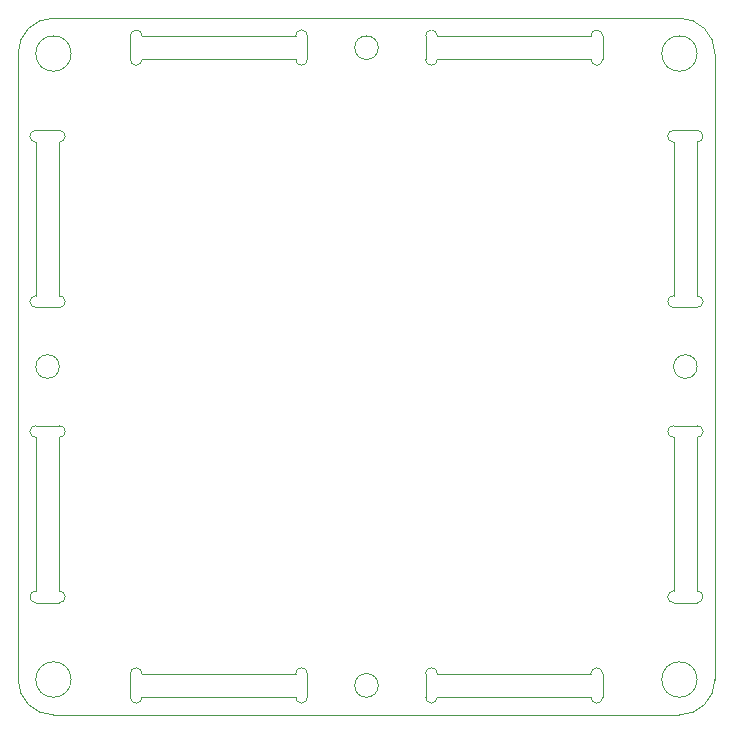
<source format=gbr>
G04 (created by PCBNEW (2013-jul-07)-stable) date Sun 14 Sep 2014 12:52:21 PM EDT*
%MOIN*%
G04 Gerber Fmt 3.4, Leading zero omitted, Abs format*
%FSLAX34Y34*%
G01*
G70*
G90*
G04 APERTURE LIST*
%ADD10C,0.00590551*%
%ADD11C,0.00393701*%
G04 APERTURE END LIST*
G54D10*
G54D11*
X116141Y-79133D02*
X116141Y-79921D01*
X115944Y-80118D02*
G75*
G03X116141Y-79921I0J196D01*
G74*
G01*
X115748Y-79921D02*
G75*
G03X115944Y-80118I196J0D01*
G74*
G01*
X116141Y-79133D02*
G75*
G03X115944Y-78937I-196J0D01*
G74*
G01*
X115944Y-78937D02*
G75*
G03X115748Y-79133I0J-196D01*
G74*
G01*
X110236Y-79921D02*
X110236Y-79133D01*
X110433Y-80118D02*
G75*
G03X110629Y-79921I0J196D01*
G74*
G01*
X110236Y-79921D02*
G75*
G03X110433Y-80118I196J0D01*
G74*
G01*
X110433Y-78937D02*
G75*
G03X110236Y-79133I0J-196D01*
G74*
G01*
X110629Y-79133D02*
G75*
G03X110433Y-78937I-196J0D01*
G74*
G01*
X110629Y-79133D02*
G75*
G03X110433Y-78937I-196J0D01*
G74*
G01*
X115748Y-79921D02*
X110629Y-79921D01*
X110629Y-79133D02*
X115748Y-79133D01*
X120472Y-57874D02*
X125590Y-57874D01*
X125590Y-58661D02*
X120472Y-58661D01*
X120472Y-57874D02*
G75*
G03X120275Y-57677I-196J0D01*
G74*
G01*
X120472Y-57874D02*
G75*
G03X120275Y-57677I-196J0D01*
G74*
G01*
X120275Y-57677D02*
G75*
G03X120078Y-57874I0J-196D01*
G74*
G01*
X120078Y-58661D02*
G75*
G03X120275Y-58858I196J0D01*
G74*
G01*
X120275Y-58858D02*
G75*
G03X120472Y-58661I0J196D01*
G74*
G01*
X120078Y-58661D02*
X120078Y-57874D01*
X125787Y-57677D02*
G75*
G03X125590Y-57874I0J-196D01*
G74*
G01*
X125984Y-57874D02*
G75*
G03X125787Y-57677I-196J0D01*
G74*
G01*
X125590Y-58661D02*
G75*
G03X125787Y-58858I196J0D01*
G74*
G01*
X125787Y-58858D02*
G75*
G03X125984Y-58661I0J196D01*
G74*
G01*
X125984Y-57874D02*
X125984Y-58661D01*
X107874Y-71259D02*
X107874Y-76377D01*
X107086Y-76377D02*
X107086Y-71259D01*
X107874Y-71259D02*
G75*
G03X108070Y-71062I0J196D01*
G74*
G01*
X107874Y-71259D02*
G75*
G03X108070Y-71062I0J196D01*
G74*
G01*
X108070Y-71062D02*
G75*
G03X107874Y-70866I-196J0D01*
G74*
G01*
X107086Y-70866D02*
G75*
G03X106889Y-71062I0J-196D01*
G74*
G01*
X106889Y-71062D02*
G75*
G03X107086Y-71259I196J0D01*
G74*
G01*
X107086Y-70866D02*
X107874Y-70866D01*
X108070Y-76574D02*
G75*
G03X107874Y-76377I-196J0D01*
G74*
G01*
X107874Y-76771D02*
G75*
G03X108070Y-76574I0J196D01*
G74*
G01*
X107086Y-76377D02*
G75*
G03X106889Y-76574I0J-196D01*
G74*
G01*
X106889Y-76574D02*
G75*
G03X107086Y-76771I196J0D01*
G74*
G01*
X107874Y-76771D02*
X107086Y-76771D01*
X107874Y-66929D02*
X107086Y-66929D01*
X106889Y-66732D02*
G75*
G03X107086Y-66929I196J0D01*
G74*
G01*
X107086Y-66535D02*
G75*
G03X106889Y-66732I0J-196D01*
G74*
G01*
X107874Y-66929D02*
G75*
G03X108070Y-66732I0J196D01*
G74*
G01*
X108070Y-66732D02*
G75*
G03X107874Y-66535I-196J0D01*
G74*
G01*
X107086Y-61023D02*
X107874Y-61023D01*
X106889Y-61220D02*
G75*
G03X107086Y-61417I196J0D01*
G74*
G01*
X107086Y-61023D02*
G75*
G03X106889Y-61220I0J-196D01*
G74*
G01*
X108070Y-61220D02*
G75*
G03X107874Y-61023I-196J0D01*
G74*
G01*
X107874Y-61417D02*
G75*
G03X108070Y-61220I0J196D01*
G74*
G01*
X107874Y-61417D02*
G75*
G03X108070Y-61220I0J196D01*
G74*
G01*
X107086Y-66535D02*
X107086Y-61417D01*
X107874Y-61417D02*
X107874Y-66535D01*
X129133Y-71259D02*
X129133Y-76377D01*
X128346Y-76377D02*
X128346Y-71259D01*
X129133Y-71259D02*
G75*
G03X129330Y-71062I0J196D01*
G74*
G01*
X129133Y-71259D02*
G75*
G03X129330Y-71062I0J196D01*
G74*
G01*
X129330Y-71062D02*
G75*
G03X129133Y-70866I-196J0D01*
G74*
G01*
X128346Y-70866D02*
G75*
G03X128149Y-71062I0J-196D01*
G74*
G01*
X128149Y-71062D02*
G75*
G03X128346Y-71259I196J0D01*
G74*
G01*
X128346Y-70866D02*
X129133Y-70866D01*
X129330Y-76574D02*
G75*
G03X129133Y-76377I-196J0D01*
G74*
G01*
X129133Y-76771D02*
G75*
G03X129330Y-76574I0J196D01*
G74*
G01*
X128346Y-76377D02*
G75*
G03X128149Y-76574I0J-196D01*
G74*
G01*
X128149Y-76574D02*
G75*
G03X128346Y-76771I196J0D01*
G74*
G01*
X129133Y-76771D02*
X128346Y-76771D01*
X129133Y-61417D02*
X129133Y-66535D01*
X128346Y-66535D02*
X128346Y-61417D01*
X129133Y-61417D02*
G75*
G03X129330Y-61220I0J196D01*
G74*
G01*
X129133Y-61417D02*
G75*
G03X129330Y-61220I0J196D01*
G74*
G01*
X129330Y-61220D02*
G75*
G03X129133Y-61023I-196J0D01*
G74*
G01*
X128346Y-61023D02*
G75*
G03X128149Y-61220I0J-196D01*
G74*
G01*
X128149Y-61220D02*
G75*
G03X128346Y-61417I196J0D01*
G74*
G01*
X128346Y-61023D02*
X129133Y-61023D01*
X129330Y-66732D02*
G75*
G03X129133Y-66535I-196J0D01*
G74*
G01*
X129133Y-66929D02*
G75*
G03X129330Y-66732I0J196D01*
G74*
G01*
X128346Y-66535D02*
G75*
G03X128149Y-66732I0J-196D01*
G74*
G01*
X128149Y-66732D02*
G75*
G03X128346Y-66929I196J0D01*
G74*
G01*
X129133Y-66929D02*
X128346Y-66929D01*
X120472Y-79133D02*
X125590Y-79133D01*
X125590Y-79921D02*
X120472Y-79921D01*
X120472Y-79133D02*
G75*
G03X120275Y-78937I-196J0D01*
G74*
G01*
X120472Y-79133D02*
G75*
G03X120275Y-78937I-196J0D01*
G74*
G01*
X120275Y-78937D02*
G75*
G03X120078Y-79133I0J-196D01*
G74*
G01*
X120078Y-79921D02*
G75*
G03X120275Y-80118I196J0D01*
G74*
G01*
X120275Y-80118D02*
G75*
G03X120472Y-79921I0J196D01*
G74*
G01*
X120078Y-79921D02*
X120078Y-79133D01*
X125787Y-78937D02*
G75*
G03X125590Y-79133I0J-196D01*
G74*
G01*
X125984Y-79133D02*
G75*
G03X125787Y-78937I-196J0D01*
G74*
G01*
X125590Y-79921D02*
G75*
G03X125787Y-80118I196J0D01*
G74*
G01*
X125787Y-80118D02*
G75*
G03X125984Y-79921I0J196D01*
G74*
G01*
X125984Y-79133D02*
X125984Y-79921D01*
X116141Y-57874D02*
X116141Y-58661D01*
X115944Y-58858D02*
G75*
G03X116141Y-58661I0J196D01*
G74*
G01*
X115748Y-58661D02*
G75*
G03X115944Y-58858I196J0D01*
G74*
G01*
X116141Y-57874D02*
G75*
G03X115944Y-57677I-196J0D01*
G74*
G01*
X115944Y-57677D02*
G75*
G03X115748Y-57874I0J-196D01*
G74*
G01*
X110236Y-58661D02*
X110236Y-57874D01*
X110433Y-58858D02*
G75*
G03X110629Y-58661I0J196D01*
G74*
G01*
X110236Y-58661D02*
G75*
G03X110433Y-58858I196J0D01*
G74*
G01*
X110433Y-57677D02*
G75*
G03X110236Y-57874I0J-196D01*
G74*
G01*
X110629Y-57874D02*
G75*
G03X110433Y-57677I-196J0D01*
G74*
G01*
X110629Y-57874D02*
G75*
G03X110433Y-57677I-196J0D01*
G74*
G01*
X118503Y-79527D02*
G75*
G03X118503Y-79527I-393J0D01*
G74*
G01*
X107874Y-68897D02*
G75*
G03X107874Y-68897I-393J0D01*
G74*
G01*
X118503Y-58267D02*
G75*
G03X118503Y-58267I-393J0D01*
G74*
G01*
X129133Y-68897D02*
G75*
G03X129133Y-68897I-393J0D01*
G74*
G01*
X115748Y-58661D02*
X110629Y-58661D01*
X110629Y-57874D02*
X115748Y-57874D01*
X106496Y-58464D02*
X106496Y-79330D01*
X128543Y-57283D02*
X107677Y-57283D01*
X129724Y-79330D02*
X129724Y-58464D01*
X107677Y-80511D02*
X128543Y-80511D01*
X106496Y-79330D02*
G75*
G03X107677Y-80511I1181J0D01*
G74*
G01*
X128543Y-80511D02*
G75*
G03X129724Y-79330I0J1181D01*
G74*
G01*
X129724Y-58464D02*
G75*
G03X128543Y-57283I-1181J0D01*
G74*
G01*
X107677Y-57283D02*
G75*
G03X106496Y-58464I0J-1181D01*
G74*
G01*
X108267Y-58464D02*
G75*
G03X108267Y-58464I-590J0D01*
G74*
G01*
X108267Y-79330D02*
G75*
G03X108267Y-79330I-590J0D01*
G74*
G01*
X129133Y-79330D02*
G75*
G03X129133Y-79330I-590J0D01*
G74*
G01*
X129133Y-58464D02*
G75*
G03X129133Y-58464I-590J0D01*
G74*
G01*
M02*

</source>
